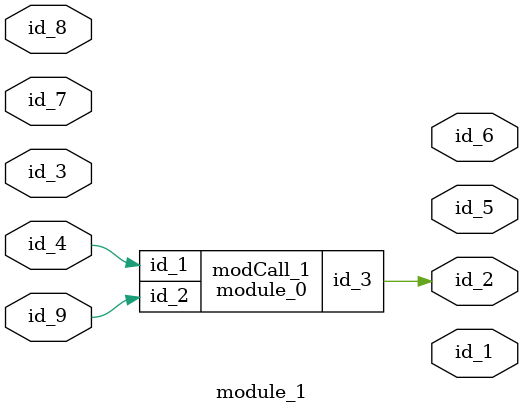
<source format=v>
module module_0 (
    id_1,
    id_2,
    id_3
);
  output wire id_3;
  input wire id_2;
  input wire id_1;
  wire id_4;
  generate
    always @(posedge id_4 or negedge id_4);
  endgenerate
  assign id_3 = id_1;
endmodule
module module_1 (
    id_1,
    id_2,
    id_3,
    id_4,
    id_5,
    id_6,
    id_7,
    id_8,
    id_9
);
  inout wire id_9;
  inout wire id_8;
  inout wire id_7;
  module_0 modCall_1 (
      id_4,
      id_9,
      id_2
  );
  output wire id_6;
  output wire id_5;
  inout wire id_4;
  input wire id_3;
  output wire id_2;
  output wire id_1;
  wire id_10;
endmodule

</source>
